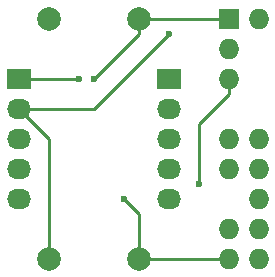
<source format=gtl>
G04 #@! TF.FileFunction,Copper,L1,Top,Signal*
%FSLAX46Y46*%
G04 Gerber Fmt 4.6, Leading zero omitted, Abs format (unit mm)*
G04 Created by KiCad (PCBNEW 4.0.2-4+6225~38~ubuntu15.10.1-stable) date Sat 19 Mar 2016 20:36:07 GMT*
%MOMM*%
G01*
G04 APERTURE LIST*
%ADD10C,0.100000*%
%ADD11C,1.998980*%
%ADD12R,2.032000X1.727200*%
%ADD13O,2.032000X1.727200*%
%ADD14R,1.727200X1.727200*%
%ADD15O,1.727200X1.727200*%
%ADD16C,0.600000*%
%ADD17C,0.250000*%
G04 APERTURE END LIST*
D10*
D11*
X134620000Y-101600000D03*
X127000000Y-101600000D03*
D12*
X137160000Y-106680000D03*
D13*
X137160000Y-109220000D03*
X137160000Y-111760000D03*
X137160000Y-114300000D03*
X137160000Y-116840000D03*
D12*
X124460000Y-106680000D03*
D13*
X124460000Y-109220000D03*
X124460000Y-111760000D03*
X124460000Y-114300000D03*
X124460000Y-116840000D03*
D14*
X142240000Y-101600000D03*
D15*
X144780000Y-101600000D03*
X142240000Y-104140000D03*
X142240000Y-106680000D03*
X142240000Y-111760000D03*
X144780000Y-111760000D03*
X142240000Y-114300000D03*
X144780000Y-114300000D03*
X144780000Y-116840000D03*
X142240000Y-119380000D03*
X144780000Y-119380000D03*
X142240000Y-121920000D03*
X144780000Y-121920000D03*
D11*
X134620000Y-121920000D03*
X127000000Y-121920000D03*
D16*
X129540000Y-106680000D03*
X137160000Y-102870000D03*
X139700000Y-115570000D03*
X133350000Y-116840000D03*
X130810000Y-106680000D03*
D17*
X124460000Y-106680000D02*
X129540000Y-106680000D01*
X130810000Y-109220000D02*
X124460000Y-109220000D01*
X137160000Y-102870000D02*
X130810000Y-109220000D01*
X124460000Y-109220000D02*
X127000000Y-111760000D01*
X127000000Y-111760000D02*
X127000000Y-121920000D01*
X142240000Y-107950000D02*
X142240000Y-106680000D01*
X139700000Y-110490000D02*
X142240000Y-107950000D01*
X139700000Y-115570000D02*
X139700000Y-110490000D01*
X134620000Y-101600000D02*
X134620000Y-102870000D01*
X134620000Y-118110000D02*
X134620000Y-121920000D01*
X133350000Y-116840000D02*
X134620000Y-118110000D01*
X134620000Y-102870000D02*
X130810000Y-106680000D01*
X134620000Y-121920000D02*
X142240000Y-121920000D01*
X134620000Y-101600000D02*
X142240000Y-101600000D01*
M02*

</source>
